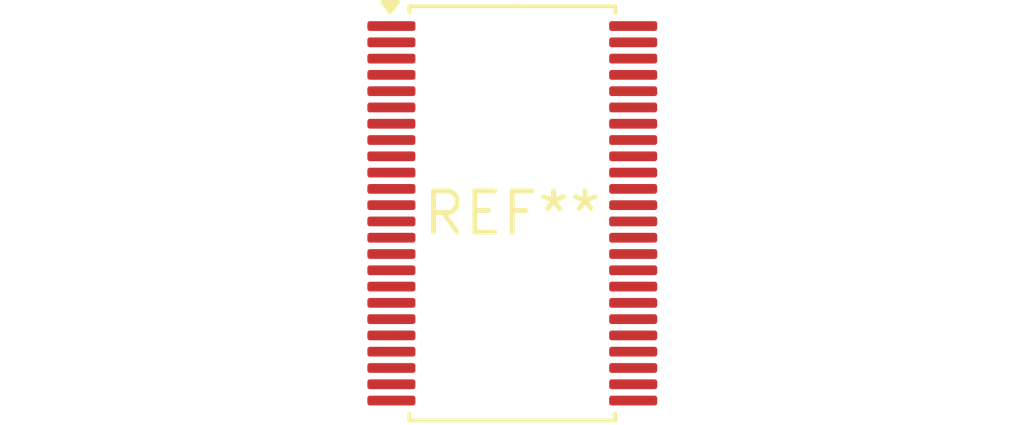
<source format=kicad_pcb>
(kicad_pcb (version 20240108) (generator pcbnew)
  (layers (0 "F.Cu" signal) (31 "B.Cu" signal) (34 "B.Paste" user) (35 "F.Paste" user) (36 "B.SilkS" user "B.Silkscreen") (37 "F.SilkS" user "F.Silkscreen") (38 "B.Mask" user) (39 "F.Mask" user) (44 "Edge.Cuts" user))
  (net 0 "")
  (footprint "TSSOP-48_6.1x12.5mm_P0.5mm" (layer "F.Cu") (at 0 0)
    (property "Reference" "REF**")
    (property "Value" "TSSOP-48_6.1x12.5mm_P0.5mm")
    (fp_line (start -3.16 -6.36) (end -3.16 -6.16) (layer "F.SilkS") (stroke (width 0.12)))
    (fp_line (start -3.16 6.36) (end -3.16 6.16) (layer "F.SilkS") (stroke (width 0.12)))
    (fp_line (start 0 -6.36) (end -3.16 -6.36) (layer "F.SilkS") (stroke (width 0.12)))
    (fp_line (start 0 -6.36) (end 3.16 -6.36) (layer "F.SilkS") (stroke (width 0.12)))
    (fp_line (start 0 6.36) (end -3.16 6.36) (layer "F.SilkS") (stroke (width 0.12)))
    (fp_line (start 0 6.36) (end 3.16 6.36) (layer "F.SilkS") (stroke (width 0.12)))
    (fp_line (start 3.16 -6.36) (end 3.16 -6.16) (layer "F.SilkS") (stroke (width 0.12)))
    (fp_line (start 3.16 6.36) (end 3.16 6.16) (layer "F.SilkS") (stroke (width 0.12)))
    (fp_poly (pts (xy -3.75 -6.16) (xy -3.99 -6.49) (xy -3.51 -6.49) (xy -3.75 -6.16)) (layer "F.SilkS") (stroke (width 0.12)) (fill solid))
    (pad "1" smd roundrect (at -3.7125 -5.75) (size 1.475 0.3) (layers "F.Cu" "F.Paste" "F.Mask"))
    (pad "2" smd roundrect (at -3.7125 -5.25) (size 1.475 0.3) (layers "F.Cu" "F.Paste" "F.Mask"))
    (pad "3" smd roundrect (at -3.7125 -4.75) (size 1.475 0.3) (layers "F.Cu" "F.Paste" "F.Mask"))
    (pad "4" smd roundrect (at -3.7125 -4.25) (size 1.475 0.3) (layers "F.Cu" "F.Paste" "F.Mask"))
    (pad "5" smd roundrect (at -3.7125 -3.75) (size 1.475 0.3) (layers "F.Cu" "F.Paste" "F.Mask"))
    (pad "6" smd roundrect (at -3.7125 -3.25) (size 1.475 0.3) (layers "F.Cu" "F.Paste" "F.Mask"))
    (pad "7" smd roundrect (at -3.7125 -2.75) (size 1.475 0.3) (layers "F.Cu" "F.Paste" "F.Mask"))
    (pad "8" smd roundrect (at -3.7125 -2.25) (size 1.475 0.3) (layers "F.Cu" "F.Paste" "F.Mask"))
    (pad "9" smd roundrect (at -3.7125 -1.75) (size 1.475 0.3) (layers "F.Cu" "F.Paste" "F.Mask"))
    (pad "10" smd roundrect (at -3.7125 -1.25) (size 1.475 0.3) (layers "F.Cu" "F.Paste" "F.Mask"))
    (pad "11" smd roundrect (at -3.7125 -0.75) (size 1.475 0.3) (layers "F.Cu" "F.Paste" "F.Mask"))
    (pad "12" smd roundrect (at -3.7125 -0.25) (size 1.475 0.3) (layers "F.Cu" "F.Paste" "F.Mask"))
    (pad "13" smd roundrect (at -3.7125 0.25) (size 1.475 0.3) (layers "F.Cu" "F.Paste" "F.Mask"))
    (pad "14" smd roundrect (at -3.7125 0.75) (size 1.475 0.3) (layers "F.Cu" "F.Paste" "F.Mask"))
    (pad "15" smd roundrect (at -3.7125 1.25) (size 1.475 0.3) (layers "F.Cu" "F.Paste" "F.Mask"))
    (pad "16" smd roundrect (at -3.7125 1.75) (size 1.475 0.3) (layers "F.Cu" "F.Paste" "F.Mask"))
    (pad "17" smd roundrect (at -3.7125 2.25) (size 1.475 0.3) (layers "F.Cu" "F.Paste" "F.Mask"))
    (pad "18" smd roundrect (at -3.7125 2.75) (size 1.475 0.3) (layers "F.Cu" "F.Paste" "F.Mask"))
    (pad "19" smd roundrect (at -3.7125 3.25) (size 1.475 0.3) (layers "F.Cu" "F.Paste" "F.Mask"))
    (pad "20" smd roundrect (at -3.7125 3.75) (size 1.475 0.3) (layers "F.Cu" "F.Paste" "F.Mask"))
    (pad "21" smd roundrect (at -3.7125 4.25) (size 1.475 0.3) (layers "F.Cu" "F.Paste" "F.Mask"))
    (pad "22" smd roundrect (at -3.7125 4.75) (size 1.475 0.3) (layers "F.Cu" "F.Paste" "F.Mask"))
    (pad "23" smd roundrect (at -3.7125 5.25) (size 1.475 0.3) (layers "F.Cu" "F.Paste" "F.Mask"))
    (pad "24" smd roundrect (at -3.7125 5.75) (size 1.475 0.3) (layers "F.Cu" "F.Paste" "F.Mask"))
    (pad "25" smd roundrect (at 3.7125 5.75) (size 1.475 0.3) (layers "F.Cu" "F.Paste" "F.Mask"))
    (pad "26" smd roundrect (at 3.7125 5.25) (size 1.475 0.3) (layers "F.Cu" "F.Paste" "F.Mask"))
    (pad "27" smd roundrect (at 3.7125 4.75) (size 1.475 0.3) (layers "F.Cu" "F.Paste" "F.Mask"))
    (pad "28" smd roundrect (at 3.7125 4.25) (size 1.475 0.3) (layers "F.Cu" "F.Paste" "F.Mask"))
    (pad "29" smd roundrect (at 3.7125 3.75) (size 1.475 0.3) (layers "F.Cu" "F.Paste" "F.Mask"))
    (pad "30" smd roundrect (at 3.7125 3.25) (size 1.475 0.3) (layers "F.Cu" "F.Paste" "F.Mask"))
    (pad "31" smd roundrect (at 3.7125 2.75) (size 1.475 0.3) (layers "F.Cu" "F.Paste" "F.Mask"))
    (pad "32" smd roundrect (at 3.7125 2.25) (size 1.475 0.3) (layers "F.Cu" "F.Paste" "F.Mask"))
    (pad "33" smd roundrect (at 3.7125 1.75) (size 1.475 0.3) (layers "F.Cu" "F.Paste" "F.Mask"))
    (pad "34" smd roundrect (at 3.7125 1.25) (size 1.475 0.3) (layers "F.Cu" "F.Paste" "F.Mask"))
    (pad "35" smd roundrect (at 3.7125 0.75) (size 1.475 0.3) (layers "F.Cu" "F.Paste" "F.Mask"))
    (pad "36" smd roundrect (at 3.7125 0.25) (size 1.475 0.3) (layers "F.Cu" "F.Paste" "F.Mask"))
    (pad "37" smd roundrect (at 3.7125 -0.25) (size 1.475 0.3) (layers "F.Cu" "F.Paste" "F.Mask"))
    (pad "38" smd roundrect (at 3.7125 -0.75) (size 1.475 0.3) (layers "F.Cu" "F.Paste" "F.Mask"))
    (pad "39" smd roundrect (at 3.7125 -1.25) (size 1.475 0.3) (layers "F.Cu" "F.Paste" "F.Mask"))
    (pad "40" smd roundrect (at 3.7125 -1.75) (size 1.475 0.3) (layers "F.Cu" "F.Paste" "F.Mask"))
    (pad "41" smd roundrect (at 3.7125 -2.25) (size 1.475 0.3) (layers "F.Cu" "F.Paste" "F.Mask"))
    (pad "42" smd roundrect (at 3.7125 -2.75) (size 1.475 0.3) (layers "F.Cu" "F.Paste" "F.Mask"))
    (pad "43" smd roundrect (at 3.7125 -3.25) (size 1.475 0.3) (layers "F.Cu" "F.Paste" "F.Mask"))
    (pad "44" smd roundrect (at 3.7125 -3.75) (size 1.475 0.3) (layers "F.Cu" "F.Paste" "F.Mask"))
    (pad "45" smd roundrect (at 3.7125 -4.25) (size 1.475 0.3) (layers "F.Cu" "F.Paste" "F.Mask"))
    (pad "46" smd roundrect (at 3.7125 -4.75) (size 1.475 0.3) (layers "F.Cu" "F.Paste" "F.Mask"))
    (pad "47" smd roundrect (at 3.7125 -5.25) (size 1.475 0.3) (layers "F.Cu" "F.Paste" "F.Mask"))
    (pad "48" smd roundrect (at 3.7125 -5.75) (size 1.475 0.3) (layers "F.Cu" "F.Paste" "F.Mask"))
  )
)
</source>
